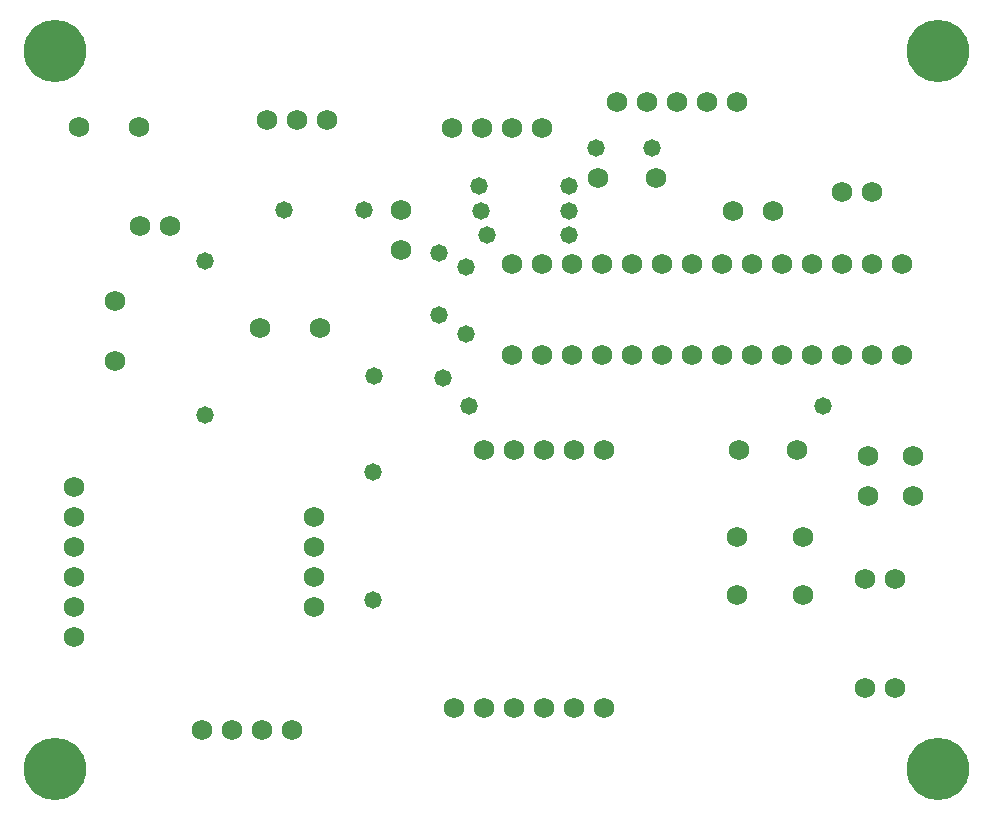
<source format=gbs>
G04*
G04 #@! TF.GenerationSoftware,Altium Limited,Altium Designer,19.0.15 (446)*
G04*
G04 Layer_Color=16711935*
%FSLAX44Y44*%
%MOMM*%
G71*
G01*
G75*
%ADD17C,1.7272*%
%ADD18C,5.2832*%
%ADD19C,1.4732*%
D17*
X501650Y1136650D02*
D03*
X450850D02*
D03*
X447040Y831850D02*
D03*
Y806450D02*
D03*
Y781050D02*
D03*
Y755650D02*
D03*
Y730250D02*
D03*
Y704850D02*
D03*
X650240Y806450D02*
D03*
Y781050D02*
D03*
Y755650D02*
D03*
Y730250D02*
D03*
X1116330Y754019D02*
D03*
X1141730D02*
D03*
X1059180Y863600D02*
D03*
X1009650D02*
D03*
X660688Y1142400D02*
D03*
X635288D02*
D03*
X609888D02*
D03*
X528320Y1052830D02*
D03*
X502920D02*
D03*
X631190Y626110D02*
D03*
X605790D02*
D03*
X580390D02*
D03*
X554990D02*
D03*
X481330Y989370D02*
D03*
Y938570D02*
D03*
X655320Y966470D02*
D03*
X604520D02*
D03*
X895350Y645160D02*
D03*
X869950D02*
D03*
X844550D02*
D03*
X819150D02*
D03*
X793750D02*
D03*
X768350D02*
D03*
X793750Y863600D02*
D03*
X819150D02*
D03*
X844550D02*
D03*
X869950D02*
D03*
X895350D02*
D03*
X843280Y1135698D02*
D03*
X817880D02*
D03*
X792480D02*
D03*
X767080D02*
D03*
X723900Y1032510D02*
D03*
Y1066800D02*
D03*
X817880Y1020608D02*
D03*
X843280D02*
D03*
X868680D02*
D03*
X894080D02*
D03*
X919480D02*
D03*
X944880D02*
D03*
X970280D02*
D03*
X995680D02*
D03*
X1021080D02*
D03*
X1046480D02*
D03*
X1071880D02*
D03*
X1097280D02*
D03*
X1122680D02*
D03*
X1148080D02*
D03*
Y943610D02*
D03*
X1122680D02*
D03*
X1097280D02*
D03*
X1071880D02*
D03*
X1046480D02*
D03*
X1021080D02*
D03*
X995680D02*
D03*
X970280D02*
D03*
X944880D02*
D03*
X919480D02*
D03*
X894080D02*
D03*
X868680D02*
D03*
X843280D02*
D03*
X817880D02*
D03*
X1008380Y740410D02*
D03*
Y789940D02*
D03*
X1097280Y1081679D02*
D03*
X1122680D02*
D03*
X1064260Y740410D02*
D03*
Y789940D02*
D03*
X1004570Y1065670D02*
D03*
X1038860D02*
D03*
X1118870Y824230D02*
D03*
Y858520D02*
D03*
X1156970D02*
D03*
Y824230D02*
D03*
X1116330Y661670D02*
D03*
X1141730D02*
D03*
X939800Y1093470D02*
D03*
X890270D02*
D03*
X1008380Y1157639D02*
D03*
X982980D02*
D03*
X957580D02*
D03*
X932180D02*
D03*
X906780D02*
D03*
D18*
X430530Y1201420D02*
D03*
Y593090D02*
D03*
X1178560D02*
D03*
Y1201420D02*
D03*
D19*
X935990Y1118870D02*
D03*
X888820D02*
D03*
X699770Y736420D02*
D03*
Y844550D02*
D03*
X778510Y961390D02*
D03*
Y1018540D02*
D03*
X796290Y1045210D02*
D03*
X866140D02*
D03*
X755650Y1029970D02*
D03*
Y977900D02*
D03*
X791210Y1065670D02*
D03*
X866140D02*
D03*
X789940Y1086759D02*
D03*
X866140D02*
D03*
X624840Y1066800D02*
D03*
X692150D02*
D03*
X557530Y892810D02*
D03*
Y1023620D02*
D03*
X701040Y925830D02*
D03*
X759460Y924560D02*
D03*
X1080770Y900430D02*
D03*
X781050D02*
D03*
M02*

</source>
